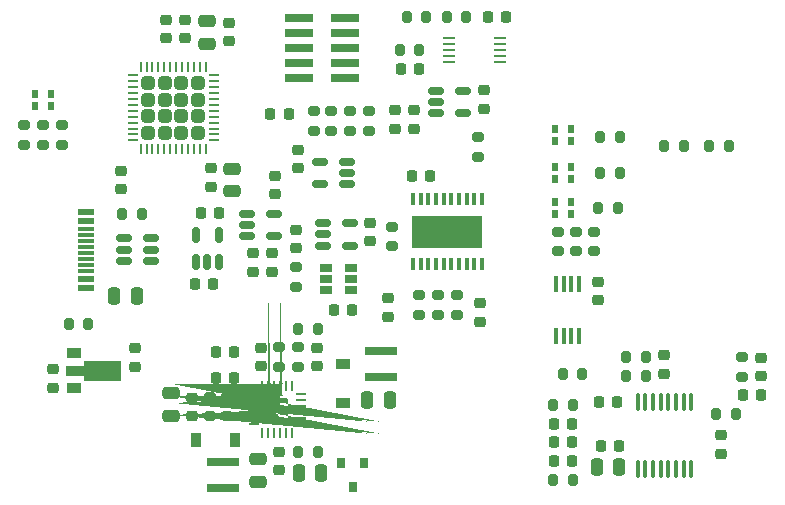
<source format=gbr>
%TF.GenerationSoftware,KiCad,Pcbnew,(5.99.0-10483-ga6ad7a4a70)*%
%TF.CreationDate,2021-05-23T17:26:51+03:00*%
%TF.ProjectId,uSMU_v10,75534d55-5f76-4313-902e-6b696361645f,rev?*%
%TF.SameCoordinates,Original*%
%TF.FileFunction,Paste,Top*%
%TF.FilePolarity,Positive*%
%FSLAX46Y46*%
G04 Gerber Fmt 4.6, Leading zero omitted, Abs format (unit mm)*
G04 Created by KiCad (PCBNEW (5.99.0-10483-ga6ad7a4a70)) date 2021-05-23 17:26:51*
%MOMM*%
%LPD*%
G01*
G04 APERTURE LIST*
G04 Aperture macros list*
%AMRoundRect*
0 Rectangle with rounded corners*
0 $1 Rounding radius*
0 $2 $3 $4 $5 $6 $7 $8 $9 X,Y pos of 4 corners*
0 Add a 4 corners polygon primitive as box body*
4,1,4,$2,$3,$4,$5,$6,$7,$8,$9,$2,$3,0*
0 Add four circle primitives for the rounded corners*
1,1,$1+$1,$2,$3*
1,1,$1+$1,$4,$5*
1,1,$1+$1,$6,$7*
1,1,$1+$1,$8,$9*
0 Add four rect primitives between the rounded corners*
20,1,$1+$1,$2,$3,$4,$5,0*
20,1,$1+$1,$4,$5,$6,$7,0*
20,1,$1+$1,$6,$7,$8,$9,0*
20,1,$1+$1,$8,$9,$2,$3,0*%
%AMFreePoly0*
4,1,57,0.194009,0.449029,0.214144,0.449029,0.231583,0.438961,0.251037,0.433748,0.265277,0.419508,0.282717,0.409439,0.409439,0.282717,0.419508,0.265277,0.433748,0.251037,0.438960,0.231585,0.449030,0.214144,0.449030,0.194005,0.454242,0.174554,0.454242,-0.174554,0.449030,-0.194005,0.449030,-0.214144,0.438960,-0.231585,0.433748,-0.251037,0.419508,-0.265277,0.409439,-0.282717,
0.282717,-0.409439,0.265277,-0.419508,0.251037,-0.433748,0.231583,-0.438961,0.214144,-0.449029,0.194009,-0.449029,0.174554,-0.454242,-0.174554,-0.454242,-0.194005,-0.449030,-0.214144,-0.449030,-0.231585,-0.438960,-0.251037,-0.433748,-0.265277,-0.419508,-0.282717,-0.409439,-0.409439,-0.282717,-0.419508,-0.265277,-0.433748,-0.251037,-0.438961,-0.231583,-0.449029,-0.214144,-0.449029,-0.194009,
-0.454242,-0.174554,-0.454242,0.174554,-0.449029,0.194009,-0.449029,0.214144,-0.438961,0.231583,-0.433748,0.251037,-0.419508,0.265277,-0.409439,0.282717,-0.282717,0.409439,-0.265277,0.419508,-0.251037,0.433748,-0.231585,0.438960,-0.214144,0.449030,-0.194005,0.449030,-0.174554,0.454242,0.174554,0.454242,0.194009,0.449029,0.194009,0.449029,$1*%
%AMFreePoly1*
4,1,9,3.862500,-0.866500,0.737500,-0.866500,0.737500,-0.450000,-0.737500,-0.450000,-0.737500,0.450000,0.737500,0.450000,0.737500,0.866500,3.862500,0.866500,3.862500,-0.866500,3.862500,-0.866500,$1*%
G04 Aperture macros list end*
%ADD10RoundRect,0.225000X0.225000X0.250000X-0.225000X0.250000X-0.225000X-0.250000X0.225000X-0.250000X0*%
%ADD11RoundRect,0.200000X-0.200000X-0.275000X0.200000X-0.275000X0.200000X0.275000X-0.200000X0.275000X0*%
%ADD12RoundRect,0.218750X-0.218750X-0.256250X0.218750X-0.256250X0.218750X0.256250X-0.218750X0.256250X0*%
%ADD13RoundRect,0.200000X-0.275000X0.200000X-0.275000X-0.200000X0.275000X-0.200000X0.275000X0.200000X0*%
%ADD14RoundRect,0.250000X-0.475000X0.250000X-0.475000X-0.250000X0.475000X-0.250000X0.475000X0.250000X0*%
%ADD15RoundRect,0.150000X0.512500X0.150000X-0.512500X0.150000X-0.512500X-0.150000X0.512500X-0.150000X0*%
%ADD16RoundRect,0.150000X-0.512500X-0.150000X0.512500X-0.150000X0.512500X0.150000X-0.512500X0.150000X0*%
%ADD17RoundRect,0.225000X0.250000X-0.225000X0.250000X0.225000X-0.250000X0.225000X-0.250000X-0.225000X0*%
%ADD18RoundRect,0.250000X0.475000X-0.250000X0.475000X0.250000X-0.475000X0.250000X-0.475000X-0.250000X0*%
%ADD19RoundRect,0.250000X-0.315000X0.315000X-0.315000X-0.315000X0.315000X-0.315000X0.315000X0.315000X0*%
%ADD20RoundRect,0.062500X-0.062500X0.375000X-0.062500X-0.375000X0.062500X-0.375000X0.062500X0.375000X0*%
%ADD21RoundRect,0.062500X-0.375000X0.062500X-0.375000X-0.062500X0.375000X-0.062500X0.375000X0.062500X0*%
%ADD22RoundRect,0.200000X0.200000X0.275000X-0.200000X0.275000X-0.200000X-0.275000X0.200000X-0.275000X0*%
%ADD23RoundRect,0.200000X0.275000X-0.200000X0.275000X0.200000X-0.275000X0.200000X-0.275000X-0.200000X0*%
%ADD24RoundRect,0.225000X-0.250000X0.225000X-0.250000X-0.225000X0.250000X-0.225000X0.250000X0.225000X0*%
%ADD25R,1.060000X0.650000*%
%ADD26R,0.450000X1.050000*%
%ADD27R,6.000000X2.700000*%
%ADD28RoundRect,0.225000X-0.225000X-0.250000X0.225000X-0.250000X0.225000X0.250000X-0.225000X0.250000X0*%
%ADD29RoundRect,0.218750X-0.256250X0.218750X-0.256250X-0.218750X0.256250X-0.218750X0.256250X0.218750X0*%
%ADD30RoundRect,0.250000X-0.250000X-0.475000X0.250000X-0.475000X0.250000X0.475000X-0.250000X0.475000X0*%
%ADD31R,0.800000X0.900000*%
%ADD32RoundRect,0.218750X0.256250X-0.218750X0.256250X0.218750X-0.256250X0.218750X-0.256250X-0.218750X0*%
%ADD33R,2.700000X0.800000*%
%ADD34R,1.100000X0.250000*%
%ADD35R,0.600000X0.700000*%
%ADD36RoundRect,0.218750X0.218750X0.256250X-0.218750X0.256250X-0.218750X-0.256250X0.218750X-0.256250X0*%
%ADD37R,0.900000X1.200000*%
%ADD38RoundRect,0.150000X0.150000X-0.512500X0.150000X0.512500X-0.150000X0.512500X-0.150000X-0.512500X0*%
%ADD39FreePoly0,90.000000*%
%ADD40RoundRect,0.062500X0.062500X-0.325000X0.062500X0.325000X-0.062500X0.325000X-0.062500X-0.325000X0*%
%ADD41RoundRect,0.062500X0.325000X-0.062500X0.325000X0.062500X-0.325000X0.062500X-0.325000X-0.062500X0*%
%ADD42R,2.400000X0.740000*%
%ADD43RoundRect,0.250000X0.250000X0.475000X-0.250000X0.475000X-0.250000X-0.475000X0.250000X-0.475000X0*%
%ADD44R,0.450000X1.450000*%
%ADD45RoundRect,0.100000X0.100000X-0.637500X0.100000X0.637500X-0.100000X0.637500X-0.100000X-0.637500X0*%
%ADD46R,1.450000X0.600000*%
%ADD47R,1.450000X0.300000*%
%ADD48R,1.200000X0.900000*%
%ADD49R,1.300000X0.900000*%
%ADD50FreePoly1,0.000000*%
G04 APERTURE END LIST*
D10*
%TO.C,C14*%
X127175000Y-114200000D03*
X125625000Y-114200000D03*
%TD*%
D11*
%TO.C,R2*%
X145175000Y-85800000D03*
X146825000Y-85800000D03*
%TD*%
D12*
%TO.C,C18*%
X142212500Y-99250000D03*
X143787500Y-99250000D03*
%TD*%
D13*
%TO.C,R8*%
X135400000Y-93775000D03*
X135400000Y-95425000D03*
%TD*%
D14*
%TO.C,C6*%
X127000000Y-98650000D03*
X127000000Y-100550000D03*
%TD*%
D15*
%TO.C,U2*%
X136737500Y-99950000D03*
X136737500Y-99000000D03*
X136737500Y-98050000D03*
X134462500Y-98050000D03*
X134462500Y-99950000D03*
%TD*%
D16*
%TO.C,U9*%
X144262500Y-92050000D03*
X144262500Y-93000000D03*
X144262500Y-93950000D03*
X146537500Y-93950000D03*
X146537500Y-92050000D03*
%TD*%
D17*
%TO.C,C33*%
X118800000Y-115400000D03*
X118800000Y-113850000D03*
%TD*%
D11*
%TO.C,R42*%
X154175000Y-118625000D03*
X155825000Y-118625000D03*
%TD*%
D18*
%TO.C,C32*%
X121800000Y-119550000D03*
X121800000Y-117650000D03*
%TD*%
D19*
%TO.C,U3*%
X122700000Y-91400000D03*
X121300000Y-91400000D03*
X122700000Y-92800000D03*
X119900000Y-91400000D03*
X119900000Y-94200000D03*
X124100000Y-95600000D03*
X122700000Y-94200000D03*
X124100000Y-94200000D03*
X121300000Y-95600000D03*
X124100000Y-91400000D03*
X121300000Y-94200000D03*
X121300000Y-92800000D03*
X119900000Y-92800000D03*
X122700000Y-95600000D03*
X119900000Y-95600000D03*
X124100000Y-92800000D03*
D20*
X124750000Y-90062500D03*
X124250000Y-90062500D03*
X123750000Y-90062500D03*
X123250000Y-90062500D03*
X122750000Y-90062500D03*
X122250000Y-90062500D03*
X121750000Y-90062500D03*
X121250000Y-90062500D03*
X120750000Y-90062500D03*
X120250000Y-90062500D03*
X119750000Y-90062500D03*
X119250000Y-90062500D03*
D21*
X118562500Y-90750000D03*
X118562500Y-91250000D03*
X118562500Y-91750000D03*
X118562500Y-92250000D03*
X118562500Y-92750000D03*
X118562500Y-93250000D03*
X118562500Y-93750000D03*
X118562500Y-94250000D03*
X118562500Y-94750000D03*
X118562500Y-95250000D03*
X118562500Y-95750000D03*
X118562500Y-96250000D03*
D20*
X119250000Y-96937500D03*
X119750000Y-96937500D03*
X120250000Y-96937500D03*
X120750000Y-96937500D03*
X121250000Y-96937500D03*
X121750000Y-96937500D03*
X122250000Y-96937500D03*
X122750000Y-96937500D03*
X123250000Y-96937500D03*
X123750000Y-96937500D03*
X124250000Y-96937500D03*
X124750000Y-96937500D03*
D21*
X125437500Y-96250000D03*
X125437500Y-95750000D03*
X125437500Y-95250000D03*
X125437500Y-94750000D03*
X125437500Y-94250000D03*
X125437500Y-93750000D03*
X125437500Y-93250000D03*
X125437500Y-92750000D03*
X125437500Y-92250000D03*
X125437500Y-91750000D03*
X125437500Y-91250000D03*
X125437500Y-90750000D03*
%TD*%
D22*
%TO.C,R37*%
X134225000Y-122600000D03*
X132575000Y-122600000D03*
%TD*%
D23*
%TO.C,R18*%
X154600000Y-105625000D03*
X154600000Y-103975000D03*
%TD*%
D22*
%TO.C,R40*%
X162025000Y-114600000D03*
X160375000Y-114600000D03*
%TD*%
D24*
%TO.C,C19*%
X158000000Y-108200000D03*
X158000000Y-109750000D03*
%TD*%
D13*
%TO.C,R19*%
X144400000Y-109375000D03*
X144400000Y-111025000D03*
%TD*%
D23*
%TO.C,R5*%
X111000000Y-96625000D03*
X111000000Y-94975000D03*
%TD*%
%TO.C,R7*%
X112600000Y-96625000D03*
X112600000Y-94975000D03*
%TD*%
D25*
%TO.C,U8*%
X134900000Y-107050000D03*
X134900000Y-108000000D03*
X134900000Y-108950000D03*
X137100000Y-108950000D03*
X137100000Y-108000000D03*
X137100000Y-107050000D03*
%TD*%
D16*
%TO.C,U7*%
X134662500Y-103250000D03*
X134662500Y-104200000D03*
X134662500Y-105150000D03*
X136937500Y-105150000D03*
X136937500Y-103250000D03*
%TD*%
D13*
%TO.C,R20*%
X157600000Y-103975000D03*
X157600000Y-105625000D03*
%TD*%
D16*
%TO.C,U5*%
X117862500Y-104550000D03*
X117862500Y-105500000D03*
X117862500Y-106450000D03*
X120137500Y-106450000D03*
X120137500Y-105500000D03*
X120137500Y-104550000D03*
%TD*%
D26*
%TO.C,U10*%
X142300000Y-106750000D03*
X142950000Y-106750000D03*
X143600000Y-106750000D03*
X144250000Y-106750000D03*
X144900000Y-106750000D03*
X145550000Y-106750000D03*
X146200000Y-106750000D03*
X146850000Y-106750000D03*
X147500000Y-106750000D03*
X148150000Y-106750000D03*
X148150000Y-101250000D03*
X147500000Y-101250000D03*
X146850000Y-101250000D03*
X146200000Y-101250000D03*
X145550000Y-101250000D03*
X144900000Y-101250000D03*
X144250000Y-101250000D03*
X143600000Y-101250000D03*
X142950000Y-101250000D03*
X142300000Y-101250000D03*
D27*
X145225000Y-104000000D03*
%TD*%
D17*
%TO.C,C9*%
X132400000Y-105375000D03*
X132400000Y-103825000D03*
%TD*%
D28*
%TO.C,C11*%
X135625000Y-110600000D03*
X137175000Y-110600000D03*
%TD*%
D10*
%TO.C,C38*%
X159775000Y-122100000D03*
X158225000Y-122100000D03*
%TD*%
D24*
%TO.C,C42*%
X171800000Y-114675000D03*
X171800000Y-116225000D03*
%TD*%
%TO.C,C44*%
X168400000Y-121225000D03*
X168400000Y-122775000D03*
%TD*%
D29*
%TO.C,R21*%
X142400000Y-93712500D03*
X142400000Y-95287500D03*
%TD*%
D23*
%TO.C,R4*%
X109400000Y-96625000D03*
X109400000Y-94975000D03*
%TD*%
D18*
%TO.C,C27*%
X129200000Y-125150000D03*
X129200000Y-123250000D03*
%TD*%
D10*
%TO.C,C35*%
X159575000Y-118400000D03*
X158025000Y-118400000D03*
%TD*%
D24*
%TO.C,C31*%
X134200000Y-113825000D03*
X134200000Y-115375000D03*
%TD*%
D30*
%TO.C,C12*%
X117000000Y-109450000D03*
X118900000Y-109450000D03*
%TD*%
D31*
%TO.C,Q1*%
X138150000Y-123600000D03*
X136250000Y-123600000D03*
X137200000Y-125600000D03*
%TD*%
D11*
%TO.C,R3*%
X141200000Y-88625000D03*
X142850000Y-88625000D03*
%TD*%
D10*
%TO.C,C36*%
X155775000Y-121825000D03*
X154225000Y-121825000D03*
%TD*%
D17*
%TO.C,C13*%
X130600000Y-100775000D03*
X130600000Y-99225000D03*
%TD*%
D10*
%TO.C,C20*%
X142800000Y-90225000D03*
X141250000Y-90225000D03*
%TD*%
D23*
%TO.C,R36*%
X125100000Y-119625000D03*
X125100000Y-117975000D03*
%TD*%
%TO.C,R15*%
X133900000Y-95425000D03*
X133900000Y-93775000D03*
%TD*%
D32*
%TO.C,R22*%
X140800000Y-95287500D03*
X140800000Y-93712500D03*
%TD*%
D33*
%TO.C,L2*%
X139600000Y-114100000D03*
X139600000Y-116300000D03*
%TD*%
D11*
%TO.C,R6*%
X113175000Y-111800000D03*
X114825000Y-111800000D03*
%TD*%
D17*
%TO.C,C2*%
X126700000Y-87825000D03*
X126700000Y-86275000D03*
%TD*%
D28*
%TO.C,C15*%
X124325000Y-102400000D03*
X125875000Y-102400000D03*
%TD*%
D11*
%TO.C,R23*%
X158175000Y-96000000D03*
X159825000Y-96000000D03*
%TD*%
D34*
%TO.C,U1*%
X145350000Y-87600000D03*
X145350000Y-88100000D03*
X145350000Y-88600000D03*
X145350000Y-89100000D03*
X145350000Y-89600000D03*
X149650000Y-89600000D03*
X149650000Y-89100000D03*
X149650000Y-88600000D03*
X149650000Y-88100000D03*
X149650000Y-87600000D03*
%TD*%
D23*
%TO.C,R24*%
X147800000Y-97650000D03*
X147800000Y-96000000D03*
%TD*%
D35*
%TO.C,D2*%
X155700000Y-102500000D03*
X154300000Y-102500000D03*
X155700000Y-101500000D03*
X154300000Y-101500000D03*
%TD*%
D36*
%TO.C,R11*%
X131787500Y-94000000D03*
X130212500Y-94000000D03*
%TD*%
D17*
%TO.C,C24*%
X111800000Y-117175000D03*
X111800000Y-115625000D03*
%TD*%
D11*
%TO.C,R25*%
X157975000Y-102000000D03*
X159625000Y-102000000D03*
%TD*%
D13*
%TO.C,R34*%
X131000000Y-113775000D03*
X131000000Y-115425000D03*
%TD*%
D10*
%TO.C,C40*%
X155775000Y-123425000D03*
X154225000Y-123425000D03*
%TD*%
D16*
%TO.C,U4*%
X128262500Y-102450000D03*
X128262500Y-103400000D03*
X128262500Y-104350000D03*
X130537500Y-104350000D03*
X130537500Y-102450000D03*
%TD*%
D13*
%TO.C,R35*%
X126600000Y-117975000D03*
X126600000Y-119625000D03*
%TD*%
D10*
%TO.C,C25*%
X127175000Y-116400000D03*
X125625000Y-116400000D03*
%TD*%
D37*
%TO.C,D6*%
X123950000Y-121600000D03*
X127250000Y-121600000D03*
%TD*%
D22*
%TO.C,R1*%
X143425000Y-85825000D03*
X141775000Y-85825000D03*
%TD*%
D17*
%TO.C,C8*%
X132600000Y-98575000D03*
X132600000Y-97025000D03*
%TD*%
D38*
%TO.C,U6*%
X123950000Y-106537500D03*
X124900000Y-106537500D03*
X125850000Y-106537500D03*
X125850000Y-104262500D03*
X123950000Y-104262500D03*
%TD*%
D39*
%TO.C,U12*%
X131287500Y-119487500D03*
X131287500Y-118512500D03*
X130312500Y-118512500D03*
X130312500Y-119487500D03*
D40*
X129550000Y-120987500D03*
X130050000Y-120987500D03*
X130550000Y-120987500D03*
X131050000Y-120987500D03*
X131550000Y-120987500D03*
X132050000Y-120987500D03*
D41*
X132787500Y-120250000D03*
X132787500Y-119750000D03*
X132787500Y-119250000D03*
X132787500Y-118750000D03*
X132787500Y-118250000D03*
X132787500Y-117750000D03*
D40*
X132050000Y-117012500D03*
X131550000Y-117012500D03*
X131050000Y-117012500D03*
X130550000Y-117012500D03*
X130050000Y-117012500D03*
X129550000Y-117012500D03*
D41*
X128812500Y-117750000D03*
X128812500Y-118250000D03*
X128812500Y-118750000D03*
X128812500Y-119250000D03*
X128812500Y-119750000D03*
X128812500Y-120250000D03*
%TD*%
D42*
%TO.C,J1*%
X132650000Y-85860000D03*
X136550000Y-85860000D03*
X132650000Y-87130000D03*
X136550000Y-87130000D03*
X132650000Y-88400000D03*
X136550000Y-88400000D03*
X132650000Y-89670000D03*
X136550000Y-89670000D03*
X132650000Y-90940000D03*
X136550000Y-90940000D03*
%TD*%
D17*
%TO.C,C34*%
X123600000Y-119575000D03*
X123600000Y-118025000D03*
%TD*%
D24*
%TO.C,C17*%
X138700000Y-103225000D03*
X138700000Y-104775000D03*
%TD*%
D28*
%TO.C,C43*%
X170225000Y-117825000D03*
X171775000Y-117825000D03*
%TD*%
D43*
%TO.C,C39*%
X159750000Y-123900000D03*
X157850000Y-123900000D03*
%TD*%
D10*
%TO.C,C5*%
X150175000Y-85800000D03*
X148625000Y-85800000D03*
%TD*%
D13*
%TO.C,R33*%
X132600000Y-113775000D03*
X132600000Y-115425000D03*
%TD*%
D17*
%TO.C,C29*%
X129400000Y-115375000D03*
X129400000Y-113825000D03*
%TD*%
D43*
%TO.C,C30*%
X134550000Y-124400000D03*
X132650000Y-124400000D03*
%TD*%
D22*
%TO.C,R26*%
X165225000Y-96700000D03*
X163575000Y-96700000D03*
%TD*%
D23*
%TO.C,R13*%
X138600000Y-95425000D03*
X138600000Y-93775000D03*
%TD*%
D44*
%TO.C,U11*%
X156375000Y-108425000D03*
X155725000Y-108425000D03*
X155075000Y-108425000D03*
X154425000Y-108425000D03*
X154425000Y-112825000D03*
X155075000Y-112825000D03*
X155725000Y-112825000D03*
X156375000Y-112825000D03*
%TD*%
D11*
%TO.C,R38*%
X154175000Y-125025000D03*
X155825000Y-125025000D03*
%TD*%
D13*
%TO.C,R27*%
X142800000Y-109375000D03*
X142800000Y-111025000D03*
%TD*%
%TO.C,R44*%
X170200000Y-114625000D03*
X170200000Y-116275000D03*
%TD*%
D11*
%TO.C,R39*%
X154975000Y-116000000D03*
X156625000Y-116000000D03*
%TD*%
D45*
%TO.C,U14*%
X161325000Y-124087500D03*
X161975000Y-124087500D03*
X162625000Y-124087500D03*
X163275000Y-124087500D03*
X163925000Y-124087500D03*
X164575000Y-124087500D03*
X165225000Y-124087500D03*
X165875000Y-124087500D03*
X165875000Y-118362500D03*
X165225000Y-118362500D03*
X164575000Y-118362500D03*
X163925000Y-118362500D03*
X163275000Y-118362500D03*
X162625000Y-118362500D03*
X161975000Y-118362500D03*
X161325000Y-118362500D03*
%TD*%
D29*
%TO.C,C21*%
X140200000Y-109612500D03*
X140200000Y-111187500D03*
%TD*%
%TO.C,C22*%
X148000000Y-110012500D03*
X148000000Y-111587500D03*
%TD*%
D22*
%TO.C,R14*%
X134225000Y-112200000D03*
X132575000Y-112200000D03*
%TD*%
D24*
%TO.C,C28*%
X131000000Y-122625000D03*
X131000000Y-124175000D03*
%TD*%
D22*
%TO.C,R41*%
X162025000Y-116200000D03*
X160375000Y-116200000D03*
%TD*%
D24*
%TO.C,C16*%
X117600000Y-98850000D03*
X117600000Y-100400000D03*
%TD*%
D35*
%TO.C,D3*%
X155700000Y-96300000D03*
X154300000Y-96300000D03*
X155700000Y-95300000D03*
X154300000Y-95300000D03*
%TD*%
D33*
%TO.C,L1*%
X126200000Y-125700000D03*
X126200000Y-123500000D03*
%TD*%
D11*
%TO.C,R16*%
X117675000Y-102500000D03*
X119325000Y-102500000D03*
%TD*%
D35*
%TO.C,D4*%
X155700000Y-99500000D03*
X154300000Y-99500000D03*
X155700000Y-98500000D03*
X154300000Y-98500000D03*
%TD*%
D30*
%TO.C,C26*%
X138450000Y-118200000D03*
X140350000Y-118200000D03*
%TD*%
D17*
%TO.C,C1*%
X121400000Y-87575000D03*
X121400000Y-86025000D03*
%TD*%
D22*
%TO.C,R32*%
X169025000Y-96700000D03*
X167375000Y-96700000D03*
%TD*%
D11*
%TO.C,R43*%
X167975000Y-119425000D03*
X169625000Y-119425000D03*
%TD*%
D46*
%TO.C,J2*%
X114600000Y-102275000D03*
X114600000Y-103075000D03*
D47*
X114600000Y-104275000D03*
X114600000Y-105275000D03*
X114600000Y-105775000D03*
X114600000Y-106775000D03*
D46*
X114600000Y-107975000D03*
X114600000Y-108775000D03*
D47*
X114600000Y-107275000D03*
X114600000Y-106275000D03*
X114600000Y-104775000D03*
X114600000Y-103775000D03*
%TD*%
D11*
%TO.C,R28*%
X158175000Y-99000000D03*
X159825000Y-99000000D03*
%TD*%
D13*
%TO.C,R29*%
X156100000Y-103975000D03*
X156100000Y-105625000D03*
%TD*%
D28*
%TO.C,C10*%
X123825000Y-108400000D03*
X125375000Y-108400000D03*
%TD*%
D17*
%TO.C,C3*%
X123000000Y-87575000D03*
X123000000Y-86025000D03*
%TD*%
D18*
%TO.C,C4*%
X124900000Y-88050000D03*
X124900000Y-86150000D03*
%TD*%
D29*
%TO.C,R12*%
X130400000Y-105812500D03*
X130400000Y-107387500D03*
%TD*%
D48*
%TO.C,D5*%
X136400000Y-115150000D03*
X136400000Y-118450000D03*
%TD*%
D13*
%TO.C,R30*%
X140500000Y-103575000D03*
X140500000Y-105225000D03*
%TD*%
D17*
%TO.C,C37*%
X163600000Y-116000000D03*
X163600000Y-114450000D03*
%TD*%
D49*
%TO.C,U13*%
X113620000Y-114240000D03*
D50*
X113707500Y-115740000D03*
D49*
X113620000Y-117240000D03*
%TD*%
D29*
%TO.C,R17*%
X128800000Y-105802500D03*
X128800000Y-107377500D03*
%TD*%
D23*
%TO.C,R10*%
X137000000Y-95425000D03*
X137000000Y-93775000D03*
%TD*%
D24*
%TO.C,C7*%
X125200000Y-98625000D03*
X125200000Y-100175000D03*
%TD*%
D35*
%TO.C,D1*%
X110300000Y-92300000D03*
X111700000Y-92300000D03*
X110300000Y-93300000D03*
X111700000Y-93300000D03*
%TD*%
D13*
%TO.C,R9*%
X132400000Y-106975000D03*
X132400000Y-108625000D03*
%TD*%
D23*
%TO.C,R31*%
X146000000Y-111025000D03*
X146000000Y-109375000D03*
%TD*%
D24*
%TO.C,C23*%
X148300000Y-92025000D03*
X148300000Y-93575000D03*
%TD*%
D28*
%TO.C,C41*%
X154225000Y-120225000D03*
X155775000Y-120225000D03*
%TD*%
M02*

</source>
